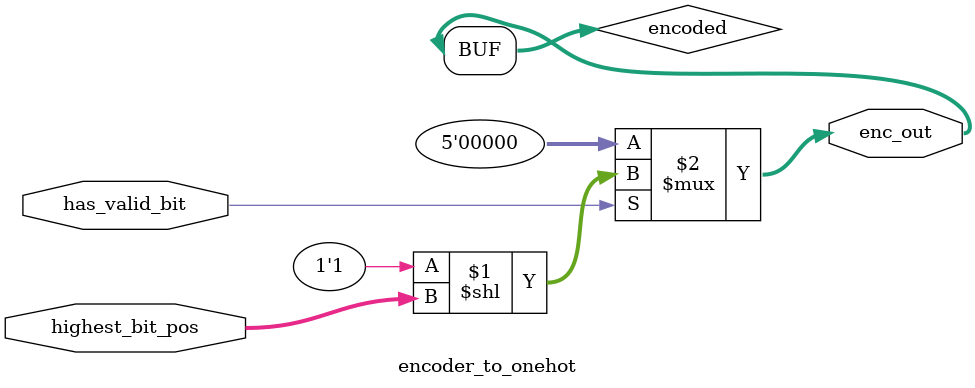
<source format=sv>
module prio_enc_onehot #(
  parameter W = 5
)(
  input  [W-1:0] req_onehot,
  output [W-1:0] enc_out
);

  // 流水线寄存器
  reg [$clog2(W)-1:0] pos_reg;
  reg valid_reg;
  
  // 优先级检测逻辑
  wire [$clog2(W)-1:0] next_pos;
  wire next_valid;
  
  // 实例化优先级检测子模块
  priority_detection #(
    .WIDTH(W)
  ) priority_detector (
    .req_onehot      (req_onehot),
    .has_valid_bit   (next_valid),
    .highest_bit_pos (next_pos)
  );

  // 流水线寄存器更新
  always @(*) begin
    pos_reg = next_pos;
    valid_reg = next_valid;
  end

  // 实例化编码器子模块
  encoder_to_onehot #(
    .WIDTH(W)
  ) encoder (
    .has_valid_bit   (valid_reg),
    .highest_bit_pos (pos_reg),
    .enc_out         (enc_out)
  );

endmodule

module priority_detection #(
  parameter WIDTH = 5
)(
  input  [WIDTH-1:0] req_onehot,
  output             has_valid_bit,
  output [$clog2(WIDTH)-1:0] highest_bit_pos
);

  // 优化的优先级检测逻辑
  wire [WIDTH-1:0] valid_mask;
  wire [$clog2(WIDTH)-1:0] pos_array [0:WIDTH-1];
  
  // 生成位置数组
  genvar i;
  generate
    for (i = 0; i < WIDTH; i = i + 1) begin : pos_gen
      assign pos_array[i] = i[$clog2(WIDTH)-1:0];
    end
  endgenerate
  
  // 优化的最高优先级位检测
  assign valid_mask = req_onehot & ~(req_onehot - 1);
  assign has_valid_bit = |req_onehot;
  
  // 优化的多路选择器
  wire [$clog2(WIDTH)-1:0] selected_pos;
  assign selected_pos = valid_mask[0] ? pos_array[0] :
                       valid_mask[1] ? pos_array[1] :
                       valid_mask[2] ? pos_array[2] :
                       valid_mask[3] ? pos_array[3] :
                       valid_mask[4] ? pos_array[4] : 0;
  
  assign highest_bit_pos = selected_pos;

endmodule

module encoder_to_onehot #(
  parameter WIDTH = 5
)(
  input              has_valid_bit,
  input  [$clog2(WIDTH)-1:0] highest_bit_pos,
  output [WIDTH-1:0] enc_out
);

  // 优化的one-hot编码生成
  wire [WIDTH-1:0] encoded;
  
  // 使用移位操作生成one-hot编码
  assign encoded = has_valid_bit ? (1'b1 << highest_bit_pos) : {WIDTH{1'b0}};
  assign enc_out = encoded;

endmodule
</source>
